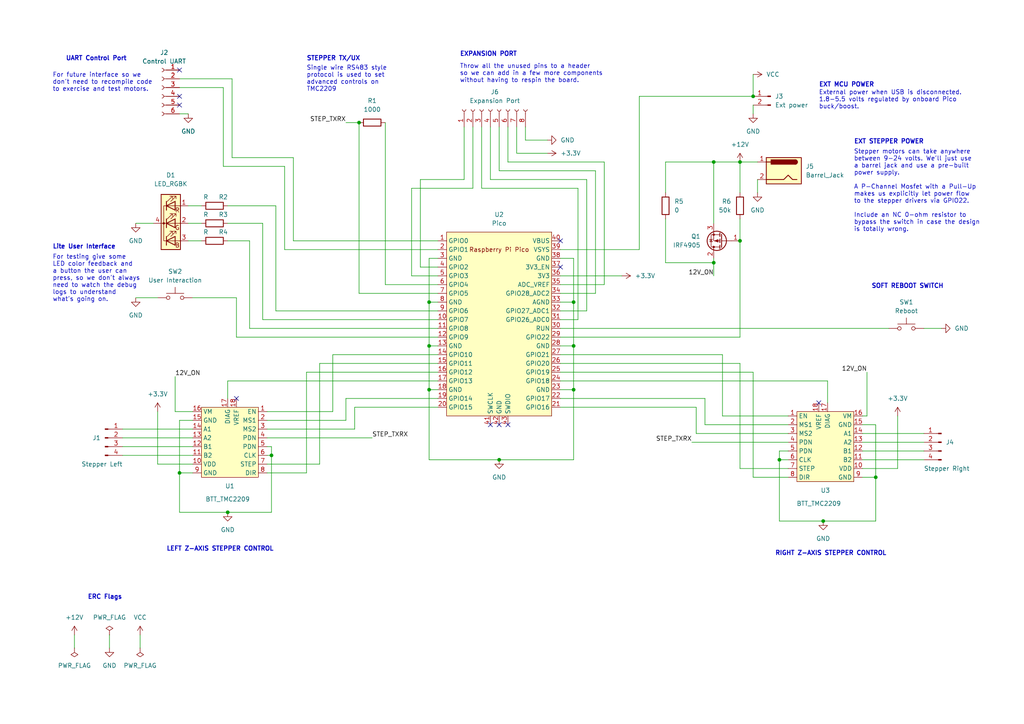
<source format=kicad_sch>
(kicad_sch (version 20211123) (generator eeschema)
  (paper "A4")
  (title_block (title "Can Crusher Dev Board") (date "2022-10-10") (rev "1") (company "https://github.com/grant-olson/can-crusher") (comment 1 "Control board for the most technilogically advanced aluminum can crusher IN THE WORLD."))
  (lib_symbols
    (symbol "BTT_TMC2209_1"
      (property "Reference" "U" (at -1.27 -25.4 0))
      (property "Value" "BTT_TMC2209_1" (at 0 -22.86 0))
      (symbol "BTT_TMC2209_1_0_1"
        (rectangle (start 10.16 -21.59) (end -6.35 -1.27) (fill (type background)))
      )
      (symbol "BTT_TMC2209_1_1_1"
        (pin input line (at -8.89 -2.54 0) (length 2.54) (name "EN") (number "1"))
        (pin power_in line (at 12.7 -17.78 180) (length 2.54) (name "VDD") (number "10"))
        (pin output line (at 12.7 -15.24 180) (length 2.54) (name "B2") (number "11"))
        (pin output line (at 12.7 -12.7 180) (length 2.54) (name "B1") (number "12"))
        (pin output line (at 12.7 -10.16 180) (length 2.54) (name "A2") (number "13"))
        (pin output line (at 12.7 -7.62 180) (length 2.54) (name "A1") (number "14"))
        (pin power_in line (at 12.7 -5.08 180) (length 2.54) (name "GND") (number "15"))
        (pin power_in line (at 12.7 -2.54 180) (length 2.54) (name "VM") (number "16"))
        (pin output line (at 2.54 1.27 270) (length 2.54) (name "DIAG") (number "17"))
        (pin output line (at 0 1.27 270) (length 2.54) (name "VREF") (number "18"))
        (pin input line (at -8.89 -5.08 0) (length 2.54) (name "MS1") (number "2"))
        (pin input line (at -8.89 -7.62 0) (length 2.54) (name "MS2") (number "3"))
        (pin input line (at -8.89 -10.16 0) (length 2.54) (name "PDN") (number "4"))
        (pin input line (at -8.89 -12.7 0) (length 2.54) (name "PDN") (number "5"))
        (pin input line (at -8.89 -15.24 0) (length 2.54) (name "CLK") (number "6"))
        (pin input line (at -8.89 -17.78 0) (length 2.54) (name "STEP") (number "7"))
        (pin input line (at -8.89 -20.32 0) (length 2.54) (name "DIR") (number "8"))
        (pin power_in line (at 12.7 -20.32 180) (length 2.54) (name "GND") (number "9"))
      )
    )
    (symbol "Connector:Barrel_Jack" (pin_names (offset 1.016))
      (property "Reference" "J" (at 0 5.334 0))
      (property "Value" "Barrel_Jack" (at 0 -5.08 0))
      (symbol "Barrel_Jack_0_1"
        (rectangle (start -5.08 3.81) (end 5.08 -3.81) (stroke (width 0.254)) (fill (type background)))
        (arc (start -3.302 3.175) (mid -3.937 2.54) (end -3.302 1.905) (stroke (width 0.254)))
        (arc (start -3.302 3.175) (mid -3.937 2.54) (end -3.302 1.905) (stroke (width 0.254)) (fill (type outline)))
        (polyline (pts (xy 5.08 2.54) (xy 3.81 2.54)) (stroke (width 0.254)))
        (polyline (pts (xy -3.81 -2.54) (xy -2.54 -2.54) (xy -1.27 -1.27) (xy 0 -2.54) (xy 2.54 -2.54) (xy 5.08 -2.54)) (stroke (width 0.254)))
        (rectangle (start 3.683 3.175) (end -3.302 1.905) (stroke (width 0.254)) (fill (type outline)))
      )
      (symbol "Barrel_Jack_1_1"
        (pin passive line (at 7.62 2.54 180) (length 2.54) (name "~") (number "1"))
        (pin passive line (at 7.62 -2.54 180) (length 2.54) (name "~") (number "2"))
      )
    )
    (symbol "Connector:Conn_01x02_Male" (pin_names (offset 1.016) hide)
      (property "Reference" "J" (at 0 2.54 0))
      (property "Value" "Conn_01x02_Male" (at 0 -5.08 0))
      (symbol "Conn_01x02_Male_1_1"
        (polyline (pts (xy 1.27 -2.54) (xy 0.8636 -2.54)) (stroke (width 0.1524)))
        (polyline (pts (xy 1.27 0) (xy 0.8636 0)) (stroke (width 0.1524)))
        (rectangle (start 0.8636 -2.413) (end 0 -2.667) (stroke (width 0.1524)) (fill (type outline)))
        (rectangle (start 0.8636 0.127) (end 0 -0.127) (stroke (width 0.1524)) (fill (type outline)))
        (pin passive line (at 5.08 0 180) (length 3.81) (name "Pin_1") (number "1"))
        (pin passive line (at 5.08 -2.54 180) (length 3.81) (name "Pin_2") (number "2"))
      )
    )
    (symbol "Connector:Conn_01x04_Male" (pin_names (offset 1.016) hide)
      (property "Reference" "J" (at 0 5.08 0))
      (property "Value" "Conn_01x04_Male" (at 0 -7.62 0))
      (symbol "Conn_01x04_Male_1_1"
        (polyline (pts (xy 1.27 -5.08) (xy 0.8636 -5.08)) (stroke (width 0.1524)))
        (polyline (pts (xy 1.27 -2.54) (xy 0.8636 -2.54)) (stroke (width 0.1524)))
        (polyline (pts (xy 1.27 0) (xy 0.8636 0)) (stroke (width 0.1524)))
        (polyline (pts (xy 1.27 2.54) (xy 0.8636 2.54)) (stroke (width 0.1524)))
        (rectangle (start 0.8636 -4.953) (end 0 -5.207) (stroke (width 0.1524)) (fill (type outline)))
        (rectangle (start 0.8636 -2.413) (end 0 -2.667) (stroke (width 0.1524)) (fill (type outline)))
        (rectangle (start 0.8636 0.127) (end 0 -0.127) (stroke (width 0.1524)) (fill (type outline)))
        (rectangle (start 0.8636 2.667) (end 0 2.413) (stroke (width 0.1524)) (fill (type outline)))
        (pin passive line (at 5.08 2.54 180) (length 3.81) (name "Pin_1") (number "1"))
        (pin passive line (at 5.08 0 180) (length 3.81) (name "Pin_2") (number "2"))
        (pin passive line (at 5.08 -2.54 180) (length 3.81) (name "Pin_3") (number "3"))
        (pin passive line (at 5.08 -5.08 180) (length 3.81) (name "Pin_4") (number "4"))
      )
    )
    (symbol "Connector:Conn_01x06_Female" (pin_names (offset 1.016) hide)
      (property "Reference" "J" (at 0 7.62 0))
      (property "Value" "Conn_01x06_Female" (at 0 -10.16 0))
      (symbol "Conn_01x06_Female_1_1"
        (arc (start 0 -7.112) (mid -0.508 -7.62) (end 0 -8.128) (stroke (width 0.1524)))
        (arc (start 0 -4.572) (mid -0.508 -5.08) (end 0 -5.588) (stroke (width 0.1524)))
        (arc (start 0 -2.032) (mid -0.508 -2.54) (end 0 -3.048) (stroke (width 0.1524)))
        (polyline (pts (xy -1.27 -7.62) (xy -0.508 -7.62)) (stroke (width 0.1524)))
        (polyline (pts (xy -1.27 -5.08) (xy -0.508 -5.08)) (stroke (width 0.1524)))
        (polyline (pts (xy -1.27 -2.54) (xy -0.508 -2.54)) (stroke (width 0.1524)))
        (polyline (pts (xy -1.27 0) (xy -0.508 0)) (stroke (width 0.1524)))
        (polyline (pts (xy -1.27 2.54) (xy -0.508 2.54)) (stroke (width 0.1524)))
        (polyline (pts (xy -1.27 5.08) (xy -0.508 5.08)) (stroke (width 0.1524)))
        (arc (start 0 0.508) (mid -0.508 0) (end 0 -0.508) (stroke (width 0.1524)))
        (arc (start 0 3.048) (mid -0.508 2.54) (end 0 2.032) (stroke (width 0.1524)))
        (arc (start 0 5.588) (mid -0.508 5.08) (end 0 4.572) (stroke (width 0.1524)))
        (pin passive line (at -5.08 5.08 0) (length 3.81) (name "Pin_1") (number "1"))
        (pin passive line (at -5.08 2.54 0) (length 3.81) (name "Pin_2") (number "2"))
        (pin passive line (at -5.08 0 0) (length 3.81) (name "Pin_3") (number "3"))
        (pin passive line (at -5.08 -2.54 0) (length 3.81) (name "Pin_4") (number "4"))
        (pin passive line (at -5.08 -5.08 0) (length 3.81) (name "Pin_5") (number "5"))
        (pin passive line (at -5.08 -7.62 0) (length 3.81) (name "Pin_6") (number "6"))
      )
    )
    (symbol "Connector:Conn_01x08_Female" (pin_names (offset 1.016) hide)
      (property "Reference" "J" (at 0 10.16 0))
      (property "Value" "Conn_01x08_Female" (at 0 -12.7 0))
      (symbol "Conn_01x08_Female_1_1"
        (arc (start 0 -9.652) (mid -0.508 -10.16) (end 0 -10.668) (stroke (width 0.1524)))
        (arc (start 0 -7.112) (mid -0.508 -7.62) (end 0 -8.128) (stroke (width 0.1524)))
        (arc (start 0 -4.572) (mid -0.508 -5.08) (end 0 -5.588) (stroke (width 0.1524)))
        (arc (start 0 -2.032) (mid -0.508 -2.54) (end 0 -3.048) (stroke (width 0.1524)))
        (polyline (pts (xy -1.27 -10.16) (xy -0.508 -10.16)) (stroke (width 0.1524)))
        (polyline (pts (xy -1.27 -7.62) (xy -0.508 -7.62)) (stroke (width 0.1524)))
        (polyline (pts (xy -1.27 -5.08) (xy -0.508 -5.08)) (stroke (width 0.1524)))
        (polyline (pts (xy -1.27 -2.54) (xy -0.508 -2.54)) (stroke (width 0.1524)))
        (polyline (pts (xy -1.27 0) (xy -0.508 0)) (stroke (width 0.1524)))
        (polyline (pts (xy -1.27 2.54) (xy -0.508 2.54)) (stroke (width 0.1524)))
        (polyline (pts (xy -1.27 5.08) (xy -0.508 5.08)) (stroke (width 0.1524)))
        (polyline (pts (xy -1.27 7.62) (xy -0.508 7.62)) (stroke (width 0.1524)))
        (arc (start 0 0.508) (mid -0.508 0) (end 0 -0.508) (stroke (width 0.1524)))
        (arc (start 0 3.048) (mid -0.508 2.54) (end 0 2.032) (stroke (width 0.1524)))
        (arc (start 0 5.588) (mid -0.508 5.08) (end 0 4.572) (stroke (width 0.1524)))
        (arc (start 0 8.128) (mid -0.508 7.62) (end 0 7.112) (stroke (width 0.1524)))
        (pin passive line (at -5.08 7.62 0) (length 3.81) (name "Pin_1") (number "1"))
        (pin passive line (at -5.08 5.08 0) (length 3.81) (name "Pin_2") (number "2"))
        (pin passive line (at -5.08 2.54 0) (length 3.81) (name "Pin_3") (number "3"))
        (pin passive line (at -5.08 0 0) (length 3.81) (name "Pin_4") (number "4"))
        (pin passive line (at -5.08 -2.54 0) (length 3.81) (name "Pin_5") (number "5"))
        (pin passive line (at -5.08 -5.08 0) (length 3.81) (name "Pin_6") (number "6"))
        (pin passive line (at -5.08 -7.62 0) (length 3.81) (name "Pin_7") (number "7"))
        (pin passive line (at -5.08 -10.16 0) (length 3.81) (name "Pin_8") (number "8"))
      )
    )
    (symbol "Device:LED_RGBK" (pin_names (offset 0) hide)
      (property "Reference" "D" (at 0 9.398 0))
      (property "Value" "LED_RGBK" (at 0 -8.89 0))
      (symbol "LED_RGBK_0_0"
        (text "B" (at 1.905 -6.35 0) (effects (font (size 1.27 1.27))))
        (text "G" (at 1.905 -1.27 0) (effects (font (size 1.27 1.27))))
        (text "R" (at 1.905 3.81 0) (effects (font (size 1.27 1.27))))
      )
      (symbol "LED_RGBK_0_1"
        (circle (center -2.032 0) (radius 0.254) (fill (type outline)))
        (polyline (pts (xy -1.27 -5.08) (xy 1.27 -5.08)))
        (polyline (pts (xy -1.27 -3.81) (xy -1.27 -6.35)) (stroke (width 0.254)))
        (polyline (pts (xy -1.27 0) (xy -2.54 0)))
        (polyline (pts (xy -1.27 1.27) (xy -1.27 -1.27)) (stroke (width 0.254)))
        (polyline (pts (xy -1.27 5.08) (xy 1.27 5.08)))
        (polyline (pts (xy -1.27 6.35) (xy -1.27 3.81)) (stroke (width 0.254)))
        (polyline (pts (xy 1.27 -5.08) (xy 2.54 -5.08)))
        (polyline (pts (xy 1.27 0) (xy -1.27 0)))
        (polyline (pts (xy 1.27 0) (xy 2.54 0)))
        (polyline (pts (xy 1.27 5.08) (xy 2.54 5.08)))
        (polyline (pts (xy -1.27 1.27) (xy -1.27 -1.27) (xy -1.27 -1.27)))
        (polyline (pts (xy -1.27 6.35) (xy -1.27 3.81) (xy -1.27 3.81)))
        (polyline (pts (xy -1.27 5.08) (xy -2.032 5.08) (xy -2.032 -5.08) (xy -1.016 -5.08)))
        (polyline (pts (xy 1.27 -3.81) (xy 1.27 -6.35) (xy -1.27 -5.08) (xy 1.27 -3.81)) (stroke (width 0.254)))
        (polyline (pts (xy 1.27 1.27) (xy 1.27 -1.27) (xy -1.27 0) (xy 1.27 1.27)) (stroke (width 0.254)))
        (polyline (pts (xy 1.27 6.35) (xy 1.27 3.81) (xy -1.27 5.08) (xy 1.27 6.35)) (stroke (width 0.254)))
        (polyline (pts (xy -1.016 -3.81) (xy 0.508 -2.286) (xy -0.254 -2.286) (xy 0.508 -2.286) (xy 0.508 -3.048)))
        (polyline (pts (xy -1.016 1.27) (xy 0.508 2.794) (xy -0.254 2.794) (xy 0.508 2.794) (xy 0.508 2.032)))
        (polyline (pts (xy -1.016 6.35) (xy 0.508 7.874) (xy -0.254 7.874) (xy 0.508 7.874) (xy 0.508 7.112)))
        (polyline (pts (xy 0 -3.81) (xy 1.524 -2.286) (xy 0.762 -2.286) (xy 1.524 -2.286) (xy 1.524 -3.048)))
        (polyline (pts (xy 0 1.27) (xy 1.524 2.794) (xy 0.762 2.794) (xy 1.524 2.794) (xy 1.524 2.032)))
        (polyline (pts (xy 0 6.35) (xy 1.524 7.874) (xy 0.762 7.874) (xy 1.524 7.874) (xy 1.524 7.112)))
        (rectangle (start 1.27 -1.27) (end 1.27 1.27))
        (rectangle (start 1.27 1.27) (end 1.27 1.27))
        (rectangle (start 1.27 3.81) (end 1.27 6.35))
        (rectangle (start 1.27 6.35) (end 1.27 6.35))
        (rectangle (start 2.794 8.382) (end -2.794 -7.62) (stroke (width 0.254)) (fill (type background)))
      )
      (symbol "LED_RGBK_1_1"
        (pin passive line (at 5.08 5.08 180) (length 2.54) (name "RA") (number "1"))
        (pin passive line (at 5.08 0 180) (length 2.54) (name "GA") (number "2"))
        (pin passive line (at 5.08 -5.08 180) (length 2.54) (name "BA") (number "3"))
        (pin passive line (at -5.08 0 0) (length 2.54) (name "K") (number "4"))
      )
    )
    (symbol "Device:R" (pin_numbers hide) (pin_names (offset 0))
      (property "Reference" "R" (at 2.032 0 90))
      (property "Value" "R" (at 0 0 90))
      (symbol "R_0_1"
        (rectangle (start -1.016 -2.54) (end 1.016 2.54) (stroke (width 0.254)))
      )
      (symbol "R_1_1"
        (pin passive line (at 0 3.81 270) (length 1.27) (name "~") (number "1"))
        (pin passive line (at 0 -3.81 90) (length 1.27) (name "~") (number "2"))
      )
    )
    (symbol "Pi Pico:Pico"
      (property "Reference" "U" (at -13.97 27.94 0))
      (property "Value" "Pico" (at 0 19.05 0))
      (symbol "Pico_0_0"
        (text "Raspberry Pi Pico" (at 0 21.59 0) (effects (font (size 1.27 1.27))))
      )
      (symbol "Pico_0_1"
        (rectangle (start -15.24 26.67) (end 15.24 -26.67) (fill (type background)))
      )
      (symbol "Pico_1_1"
        (pin bidirectional line (at -17.78 24.13 0) (length 2.54) (name "GPIO0") (number "1"))
        (pin bidirectional line (at -17.78 1.27 0) (length 2.54) (name "GPIO7") (number "10"))
        (pin bidirectional line (at -17.78 -1.27 0) (length 2.54) (name "GPIO8") (number "11"))
        (pin bidirectional line (at -17.78 -3.81 0) (length 2.54) (name "GPIO9") (number "12"))
        (pin power_in line (at -17.78 -6.35 0) (length 2.54) (name "GND") (number "13"))
        (pin bidirectional line (at -17.78 -8.89 0) (length 2.54) (name "GPIO10") (number "14"))
        (pin bidirectional line (at -17.78 -11.43 0) (length 2.54) (name "GPIO11") (number "15"))
        (pin bidirectional line (at -17.78 -13.97 0) (length 2.54) (name "GPIO12") (number "16"))
        (pin bidirectional line (at -17.78 -16.51 0) (length 2.54) (name "GPIO13") (number "17"))
        (pin power_in line (at -17.78 -19.05 0) (length 2.54) (name "GND") (number "18"))
        (pin bidirectional line (at -17.78 -21.59 0) (length 2.54) (name "GPIO14") (number "19"))
        (pin bidirectional line (at -17.78 21.59 0) (length 2.54) (name "GPIO1") (number "2"))
        (pin bidirectional line (at -17.78 -24.13 0) (length 2.54) (name "GPIO15") (number "20"))
        (pin bidirectional line (at 17.78 -24.13 180) (length 2.54) (name "GPIO16") (number "21"))
        (pin bidirectional line (at 17.78 -21.59 180) (length 2.54) (name "GPIO17") (number "22"))
        (pin power_in line (at 17.78 -19.05 180) (length 2.54) (name "GND") (number "23"))
        (pin bidirectional line (at 17.78 -16.51 180) (length 2.54) (name "GPIO18") (number "24"))
        (pin bidirectional line (at 17.78 -13.97 180) (length 2.54) (name "GPIO19") (number "25"))
        (pin bidirectional line (at 17.78 -11.43 180) (length 2.54) (name "GPIO20") (number "26"))
        (pin bidirectional line (at 17.78 -8.89 180) (length 2.54) (name "GPIO21") (number "27"))
        (pin power_in line (at 17.78 -6.35 180) (length 2.54) (name "GND") (number "28"))
        (pin bidirectional line (at 17.78 -3.81 180) (length 2.54) (name "GPIO22") (number "29"))
        (pin power_in line (at -17.78 19.05 0) (length 2.54) (name "GND") (number "3"))
        (pin input line (at 17.78 -1.27 180) (length 2.54) (name "RUN") (number "30"))
        (pin bidirectional line (at 17.78 1.27 180) (length 2.54) (name "GPIO26_ADC0") (number "31"))
        (pin bidirectional line (at 17.78 3.81 180) (length 2.54) (name "GPIO27_ADC1") (number "32"))
        (pin power_in line (at 17.78 6.35 180) (length 2.54) (name "AGND") (number "33"))
        (pin bidirectional line (at 17.78 8.89 180) (length 2.54) (name "GPIO28_ADC2") (number "34"))
        (pin power_in line (at 17.78 11.43 180) (length 2.54) (name "ADC_VREF") (number "35"))
        (pin power_out line (at 17.78 13.97 180) (length 2.54) (name "3V3") (number "36"))
        (pin input line (at 17.78 16.51 180) (length 2.54) (name "3V3_EN") (number "37"))
        (pin power_in line (at 17.78 19.05 180) (length 2.54) (name "GND") (number "38"))
        (pin power_in line (at 17.78 21.59 180) (length 2.54) (name "VSYS") (number "39"))
        (pin bidirectional line (at -17.78 16.51 0) (length 2.54) (name "GPIO2") (number "4"))
        (pin power_in line (at 17.78 24.13 180) (length 2.54) (name "VBUS") (number "40"))
        (pin input line (at -2.54 -29.21 90) (length 2.54) (name "SWCLK") (number "41"))
        (pin power_in line (at 0 -29.21 90) (length 2.54) (name "GND") (number "42"))
        (pin bidirectional line (at 2.54 -29.21 90) (length 2.54) (name "SWDIO") (number "43"))
        (pin bidirectional line (at -17.78 13.97 0) (length 2.54) (name "GPIO3") (number "5"))
        (pin bidirectional line (at -17.78 11.43 0) (length 2.54) (name "GPIO4") (number "6"))
        (pin bidirectional line (at -17.78 8.89 0) (length 2.54) (name "GPIO5") (number "7"))
        (pin power_in line (at -17.78 6.35 0) (length 2.54) (name "GND") (number "8"))
        (pin bidirectional line (at -17.78 3.81 0) (length 2.54) (name "GPIO6") (number "9"))
      )
    )
    (symbol "Switch:SW_Push" (pin_numbers hide) (pin_names (offset 1.016) hide)
      (property "Reference" "SW" (at 1.27 2.54 0))
      (property "Value" "SW_Push" (at 0 -1.524 0))
      (symbol "SW_Push_0_1"
        (circle (center -2.032 0) (radius 0.508))
        (polyline (pts (xy 0 1.27) (xy 0 3.048)))
        (polyline (pts (xy 2.54 1.27) (xy -2.54 1.27)))
        (circle (center 2.032 0) (radius 0.508))
        (pin passive line (at -5.08 0 0) (length 2.54) (name "1") (number "1"))
        (pin passive line (at 5.08 0 180) (length 2.54) (name "2") (number "2"))
      )
    )
    (symbol "Transistor_FET:IRF4905" (pin_names hide)
      (property "Reference" "Q" (at 5.08 1.905 0))
      (property "Value" "IRF4905" (at 5.08 0 0))
      (symbol "IRF4905_0_1"
        (polyline (pts (xy 0.254 0) (xy -2.54 0)))
        (polyline (pts (xy 0.254 1.905) (xy 0.254 -1.905)) (stroke (width 0.254)))
        (polyline (pts (xy 0.762 -1.27) (xy 0.762 -2.286)) (stroke (width 0.254)))
        (polyline (pts (xy 0.762 0.508) (xy 0.762 -0.508)) (stroke (width 0.254)))
        (polyline (pts (xy 0.762 2.286) (xy 0.762 1.27)) (stroke (width 0.254)))
        (polyline (pts (xy 2.54 2.54) (xy 2.54 1.778)))
        (polyline (pts (xy 2.54 -2.54) (xy 2.54 0) (xy 0.762 0)))
        (polyline (pts (xy 0.762 1.778) (xy 3.302 1.778) (xy 3.302 -1.778) (xy 0.762 -1.778)))
        (polyline (pts (xy 2.286 0) (xy 1.27 0.381) (xy 1.27 -0.381) (xy 2.286 0)) (fill (type outline)))
        (polyline (pts (xy 2.794 -0.508) (xy 2.921 -0.381) (xy 3.683 -0.381) (xy 3.81 -0.254)))
        (polyline (pts (xy 3.302 -0.381) (xy 2.921 0.254) (xy 3.683 0.254) (xy 3.302 -0.381)))
        (circle (center 1.651 0) (radius 2.794) (stroke (width 0.254)))
        (circle (center 2.54 -1.778) (radius 0.254) (fill (type outline)))
        (circle (center 2.54 1.778) (radius 0.254) (fill (type outline)))
      )
      (symbol "IRF4905_1_1"
        (pin input line (at -5.08 0 0) (length 2.54) (name "G") (number "1"))
        (pin passive line (at 2.54 5.08 270) (length 2.54) (name "D") (number "2"))
        (pin passive line (at 2.54 -5.08 90) (length 2.54) (name "S") (number "3"))
      )
    )
    (symbol "btt_tmc2209:BTT_TMC2209"
      (property "Reference" "U" (at -1.27 -25.4 0))
      (property "Value" "BTT_TMC2209" (at 0 -22.86 0))
      (symbol "BTT_TMC2209_0_1"
        (rectangle (start 10.16 -21.59) (end -6.35 -1.27) (fill (type background)))
      )
      (symbol "BTT_TMC2209_1_1"
        (pin input line (at -8.89 -2.54 0) (length 2.54) (name "EN") (number "1"))
        (pin power_in line (at 12.7 -17.78 180) (length 2.54) (name "VDD") (number "10"))
        (pin output line (at 12.7 -15.24 180) (length 2.54) (name "B2") (number "11"))
        (pin output line (at 12.7 -12.7 180) (length 2.54) (name "B1") (number "12"))
        (pin output line (at 12.7 -10.16 180) (length 2.54) (name "A2") (number "13"))
        (pin output line (at 12.7 -7.62 180) (length 2.54) (name "A1") (number "14"))
        (pin power_in line (at 12.7 -5.08 180) (length 2.54) (name "GND") (number "15"))
        (pin power_in line (at 12.7 -2.54 180) (length 2.54) (name "VM") (number "16"))
        (pin output line (at 2.54 1.27 270) (length 2.54) (name "DIAG") (number "17"))
        (pin output line (at 0 1.27 270) (length 2.54) (name "VREF") (number "18"))
        (pin input line (at -8.89 -5.08 0) (length 2.54) (name "MS1") (number "2"))
        (pin input line (at -8.89 -7.62 0) (length 2.54) (name "MS2") (number "3"))
        (pin input line (at -8.89 -10.16 0) (length 2.54) (name "PDN") (number "4"))
        (pin input line (at -8.89 -12.7 0) (length 2.54) (name "PDN") (number "5"))
        (pin input line (at -8.89 -15.24 0) (length 2.54) (name "CLK") (number "6"))
        (pin input line (at -8.89 -17.78 0) (length 2.54) (name "STEP") (number "7"))
        (pin input line (at -8.89 -20.32 0) (length 2.54) (name "DIR") (number "8"))
        (pin power_in line (at 12.7 -20.32 180) (length 2.54) (name "GND") (number "9"))
      )
    )
    (symbol "power:+12V" (power) (pin_names (offset 0))
      (property "Value" "+12V" (at 0 3.556 0))
      (symbol "+12V_0_1"
        (polyline (pts (xy -0.762 1.27) (xy 0 2.54)))
        (polyline (pts (xy 0 0) (xy 0 2.54)))
        (polyline (pts (xy 0 2.54) (xy 0.762 1.27)))
      )
      (symbol "+12V_1_1"
        (pin power_in line (at 0 0 90) (length 0) hide (name "+12V") (number "1"))
      )
    )
    (symbol "power:+3.3V" (power) (pin_names (offset 0))
      (property "Value" "+3.3V" (at 0 3.556 0))
      (symbol "+3.3V_0_1"
        (polyline (pts (xy -0.762 1.27) (xy 0 2.54)))
        (polyline (pts (xy 0 0) (xy 0 2.54)))
        (polyline (pts (xy 0 2.54) (xy 0.762 1.27)))
      )
      (symbol "+3.3V_1_1"
        (pin power_in line (at 0 0 90) (length 0) hide (name "+3.3V") (number "1"))
      )
    )
    (symbol "power:GND" (power) (pin_names (offset 0))
      (property "Value" "GND" (at 0 -3.81 0))
      (symbol "GND_0_1"
        (polyline (pts (xy 0 0) (xy 0 -1.27) (xy 1.27 -1.27) (xy 0 -2.54) (xy -1.27 -1.27) (xy 0 -1.27)))
      )
      (symbol "GND_1_1"
        (pin power_in line (at 0 0 270) (length 0) hide (name "GND") (number "1"))
      )
    )
    (symbol "power:PWR_FLAG" (power) (pin_numbers hide) (pin_names (offset 0) hide)
      (property "Value" "PWR_FLAG" (at 0 3.81 0))
      (symbol "PWR_FLAG_0_0"
        (pin power_out line (at 0 0 90) (length 0) (name "pwr") (number "1"))
      )
      (symbol "PWR_FLAG_0_1"
        (polyline (pts (xy 0 0) (xy 0 1.27) (xy -1.016 1.905) (xy 0 2.54) (xy 1.016 1.905) (xy 0 1.27)))
      )
    )
    (symbol "power:VCC" (power) (pin_names (offset 0))
      (property "Value" "VCC" (at 0 3.81 0))
      (symbol "VCC_0_1"
        (polyline (pts (xy -0.762 1.27) (xy 0 2.54)))
        (polyline (pts (xy 0 0) (xy 0 2.54)))
        (polyline (pts (xy 0 2.54) (xy 0.762 1.27)))
      )
      (symbol "VCC_1_1"
        (pin power_in line (at 0 0 90) (length 0) hide (name "VCC") (number "1"))
      )
    )
  )
  (junction (at 207.01 46.99))
  (junction (at 166.37 113.03))
  (junction (at 124.46 113.03))
  (junction (at 166.37 100.33))
  (junction (at 124.46 100.33))
  (junction (at 218.44 27.94))
  (junction (at 226.06 133.35))
  (junction (at 144.78 133.35))
  (junction (at 207.01 76.2))
  (junction (at 78.74 132.08))
  (junction (at 254 138.43))
  (junction (at 52.07 137.16))
  (junction (at 214.63 46.99))
  (junction (at 166.37 87.63))
  (junction (at 214.63 69.85))
  (junction (at 104.14 35.56))
  (junction (at 238.76 151.13))
  (junction (at 124.46 87.63))
  (junction (at 66.04 148.59))
  (no_connect (at 162.56 77.47))
  (no_connect (at 237.49 116.84))
  (no_connect (at 68.58 115.57))
  (no_connect (at 142.24 123.19))
  (no_connect (at 144.78 123.19))
  (no_connect (at 147.32 123.19))
  (no_connect (at 52.07 30.48))
  (no_connect (at 52.07 20.32))
  (no_connect (at 52.07 27.94))
  (no_connect (at 162.56 69.85))
  (wire (pts (xy 207.01 74.93) (xy 207.01 76.2)))
  (wire (pts (xy 254 123.19) (xy 254 138.43)))
  (wire (pts (xy 260.35 135.89) (xy 260.35 120.65)))
  (wire (pts (xy 66.04 110.49) (xy 66.04 115.57)))
  (wire (pts (xy 228.6 133.35) (xy 226.06 133.35)))
  (wire (pts (xy 175.26 46.99) (xy 147.32 46.99)))
  (wire (pts (xy 66.04 69.85) (xy 72.39 69.85)))
  (wire (pts (xy 127 102.87) (xy 96.52 102.87)))
  (wire (pts (xy 166.37 100.33) (xy 166.37 113.03)))
  (wire (pts (xy 96.52 102.87) (xy 96.52 119.38)))
  (wire (pts (xy 175.26 82.55) (xy 175.26 46.99)))
  (wire (pts (xy 40.64 184.15) (xy 40.64 187.96)))
  (wire (pts (xy 54.61 59.69) (xy 58.42 59.69)))
  (wire (pts (xy 52.07 148.59) (xy 66.04 148.59)))
  (wire (pts (xy 55.88 134.62) (xy 45.72 134.62)))
  (wire (pts (xy 214.63 135.89) (xy 228.6 135.89)))
  (wire (pts (xy 162.56 82.55) (xy 175.26 82.55)))
  (wire (pts (xy 137.16 54.61) (xy 137.16 36.83)))
  (wire (pts (xy 78.74 148.59) (xy 66.04 148.59)))
  (wire (pts (xy 144.78 36.83) (xy 144.78 49.53)))
  (wire (pts (xy 100.33 35.56) (xy 104.14 35.56)))
  (wire (pts (xy 127 74.93) (xy 124.46 74.93)))
  (wire (pts (xy 193.04 46.99) (xy 193.04 55.88)))
  (wire (pts (xy 121.92 77.47) (xy 121.92 52.07)))
  (wire (pts (xy 78.74 129.54) (xy 78.74 132.08)))
  (wire (pts (xy 67.31 22.86) (xy 67.31 45.72)))
  (wire (pts (xy 250.19 135.89) (xy 260.35 135.89)))
  (wire (pts (xy 50.8 109.22) (xy 50.8 119.38)))
  (wire (pts (xy 218.44 30.48) (xy 218.44 33.02)))
  (wire (pts (xy 127 105.41) (xy 92.71 105.41)))
  (wire (pts (xy 55.88 137.16) (xy 52.07 137.16)))
  (wire (pts (xy 127 100.33) (xy 124.46 100.33)))
  (wire (pts (xy 267.97 95.25) (xy 273.05 95.25)))
  (wire (pts (xy 167.64 92.71) (xy 167.64 54.61)))
  (wire (pts (xy 139.7 54.61) (xy 139.7 36.83)))
  (wire (pts (xy 39.37 64.77) (xy 44.45 64.77)))
  (wire (pts (xy 35.56 132.08) (xy 55.88 132.08)))
  (wire (pts (xy 119.38 80.01) (xy 119.38 54.61)))
  (wire (pts (xy 226.06 133.35) (xy 226.06 151.13)))
  (wire (pts (xy 78.74 132.08) (xy 78.74 148.59)))
  (wire (pts (xy 219.71 55.88) (xy 219.71 52.07)))
  (wire (pts (xy 193.04 63.5) (xy 193.04 76.2)))
  (wire (pts (xy 102.87 118.11) (xy 102.87 124.46)))
  (wire (pts (xy 127 87.63) (xy 124.46 87.63)))
  (wire (pts (xy 226.06 151.13) (xy 238.76 151.13)))
  (wire (pts (xy 162.56 74.93) (xy 166.37 74.93)))
  (wire (pts (xy 50.8 119.38) (xy 55.88 119.38)))
  (wire (pts (xy 207.01 46.99) (xy 193.04 46.99)))
  (wire (pts (xy 119.38 54.61) (xy 137.16 54.61)))
  (wire (pts (xy 162.56 95.25) (xy 257.81 95.25)))
  (wire (pts (xy 162.56 80.01) (xy 180.34 80.01)))
  (wire (pts (xy 162.56 87.63) (xy 166.37 87.63)))
  (wire (pts (xy 127 77.47) (xy 121.92 77.47)))
  (wire (pts (xy 172.72 49.53) (xy 144.78 49.53)))
  (wire (pts (xy 214.63 105.41) (xy 214.63 135.89)))
  (wire (pts (xy 162.56 90.17) (xy 170.18 90.17)))
  (wire (pts (xy 52.07 121.92) (xy 52.07 137.16)))
  (wire (pts (xy 185.42 72.39) (xy 185.42 27.94)))
  (wire (pts (xy 72.39 95.25) (xy 127 95.25)))
  (wire (pts (xy 52.07 33.02) (xy 54.61 33.02)))
  (wire (pts (xy 185.42 27.94) (xy 218.44 27.94)))
  (wire (pts (xy 67.31 45.72) (xy 85.09 45.72)))
  (wire (pts (xy 162.56 115.57) (xy 204.47 115.57)))
  (wire (pts (xy 162.56 97.79) (xy 214.63 97.79)))
  (wire (pts (xy 162.56 92.71) (xy 167.64 92.71)))
  (wire (pts (xy 55.88 86.36) (xy 68.58 86.36)))
  (wire (pts (xy 82.55 72.39) (xy 127 72.39)))
  (wire (pts (xy 127 85.09) (xy 104.14 85.09)))
  (wire (pts (xy 85.09 69.85) (xy 127 69.85)))
  (wire (pts (xy 80.01 90.17) (xy 127 90.17)))
  (wire (pts (xy 166.37 74.93) (xy 166.37 87.63)))
  (wire (pts (xy 250.19 133.35) (xy 267.97 133.35)))
  (wire (pts (xy 104.14 35.56) (xy 104.14 85.09)))
  (wire (pts (xy 162.56 113.03) (xy 166.37 113.03)))
  (wire (pts (xy 201.93 125.73) (xy 228.6 125.73)))
  (wire (pts (xy 152.4 40.64) (xy 158.75 40.64)))
  (wire (pts (xy 82.55 48.26) (xy 82.55 72.39)))
  (wire (pts (xy 66.04 64.77) (xy 76.2 64.77)))
  (wire (pts (xy 121.92 52.07) (xy 134.62 52.07)))
  (wire (pts (xy 124.46 87.63) (xy 124.46 100.33)))
  (wire (pts (xy 207.01 64.77) (xy 207.01 46.99)))
  (wire (pts (xy 124.46 113.03) (xy 127 113.03)))
  (wire (pts (xy 162.56 110.49) (xy 240.03 110.49)))
  (wire (pts (xy 88.9 107.95) (xy 88.9 137.16)))
  (wire (pts (xy 72.39 69.85) (xy 72.39 95.25)))
  (wire (pts (xy 162.56 105.41) (xy 214.63 105.41)))
  (wire (pts (xy 250.19 123.19) (xy 254 123.19)))
  (wire (pts (xy 167.64 54.61) (xy 139.7 54.61)))
  (wire (pts (xy 124.46 74.93) (xy 124.46 87.63)))
  (wire (pts (xy 88.9 137.16) (xy 77.47 137.16)))
  (wire (pts (xy 124.46 113.03) (xy 124.46 133.35)))
  (wire (pts (xy 250.19 128.27) (xy 267.97 128.27)))
  (wire (pts (xy 124.46 100.33) (xy 124.46 113.03)))
  (wire (pts (xy 127 80.01) (xy 119.38 80.01)))
  (wire (pts (xy 31.75 184.15) (xy 31.75 187.96)))
  (wire (pts (xy 207.01 46.99) (xy 214.63 46.99)))
  (wire (pts (xy 162.56 72.39) (xy 185.42 72.39)))
  (wire (pts (xy 76.2 64.77) (xy 76.2 92.71)))
  (wire (pts (xy 127 118.11) (xy 102.87 118.11)))
  (wire (pts (xy 214.63 46.99) (xy 219.71 46.99)))
  (wire (pts (xy 207.01 76.2) (xy 207.01 80.01)))
  (wire (pts (xy 193.04 76.2) (xy 207.01 76.2)))
  (wire (pts (xy 77.47 127) (xy 107.95 127)))
  (wire (pts (xy 209.55 120.65) (xy 228.6 120.65)))
  (wire (pts (xy 52.07 137.16) (xy 52.07 148.59)))
  (wire (pts (xy 162.56 100.33) (xy 166.37 100.33)))
  (wire (pts (xy 35.56 127) (xy 55.88 127)))
  (wire (pts (xy 77.47 132.08) (xy 78.74 132.08)))
  (wire (pts (xy 214.63 46.99) (xy 214.63 55.88)))
  (wire (pts (xy 254 138.43) (xy 254 151.13)))
  (wire (pts (xy 218.44 21.59) (xy 218.44 27.94)))
  (wire (pts (xy 124.46 133.35) (xy 144.78 133.35)))
  (wire (pts (xy 149.86 44.45) (xy 158.75 44.45)))
  (wire (pts (xy 92.71 105.41) (xy 92.71 134.62)))
  (wire (pts (xy 52.07 25.4) (xy 64.77 25.4)))
  (wire (pts (xy 66.04 59.69) (xy 80.01 59.69)))
  (wire (pts (xy 127 82.55) (xy 111.76 82.55)))
  (wire (pts (xy 35.56 124.46) (xy 55.88 124.46)))
  (wire (pts (xy 85.09 45.72) (xy 85.09 69.85)))
  (wire (pts (xy 68.58 97.79) (xy 127 97.79)))
  (wire (pts (xy 54.61 64.77) (xy 58.42 64.77)))
  (wire (pts (xy 166.37 133.35) (xy 144.78 133.35)))
  (wire (pts (xy 54.61 69.85) (xy 58.42 69.85)))
  (wire (pts (xy 204.47 123.19) (xy 228.6 123.19)))
  (wire (pts (xy 209.55 102.87) (xy 209.55 120.65)))
  (wire (pts (xy 250.19 138.43) (xy 254 138.43)))
  (wire (pts (xy 127 110.49) (xy 66.04 110.49)))
  (wire (pts (xy 214.63 97.79) (xy 214.63 69.85)))
  (wire (pts (xy 127 107.95) (xy 88.9 107.95)))
  (wire (pts (xy 100.33 121.92) (xy 77.47 121.92)))
  (wire (pts (xy 250.19 125.73) (xy 267.97 125.73)))
  (wire (pts (xy 162.56 107.95) (xy 218.44 107.95)))
  (wire (pts (xy 251.46 120.65) (xy 250.19 120.65)))
  (wire (pts (xy 201.93 118.11) (xy 201.93 125.73)))
  (wire (pts (xy 64.77 25.4) (xy 64.77 48.26)))
  (wire (pts (xy 226.06 130.81) (xy 226.06 133.35)))
  (wire (pts (xy 134.62 52.07) (xy 134.62 36.83)))
  (wire (pts (xy 142.24 36.83) (xy 142.24 52.07)))
  (wire (pts (xy 76.2 92.71) (xy 127 92.71)))
  (wire (pts (xy 162.56 102.87) (xy 209.55 102.87)))
  (wire (pts (xy 39.37 86.36) (xy 45.72 86.36)))
  (wire (pts (xy 218.44 138.43) (xy 228.6 138.43)))
  (wire (pts (xy 147.32 36.83) (xy 147.32 46.99)))
  (wire (pts (xy 96.52 119.38) (xy 77.47 119.38)))
  (wire (pts (xy 204.47 115.57) (xy 204.47 123.19)))
  (wire (pts (xy 170.18 52.07) (xy 142.24 52.07)))
  (wire (pts (xy 251.46 107.95) (xy 251.46 120.65)))
  (wire (pts (xy 52.07 22.86) (xy 67.31 22.86)))
  (wire (pts (xy 45.72 119.38) (xy 45.72 134.62)))
  (wire (pts (xy 250.19 130.81) (xy 267.97 130.81)))
  (wire (pts (xy 55.88 121.92) (xy 52.07 121.92)))
  (wire (pts (xy 21.59 184.15) (xy 21.59 187.96)))
  (wire (pts (xy 228.6 130.81) (xy 226.06 130.81)))
  (wire (pts (xy 170.18 90.17) (xy 170.18 52.07)))
  (wire (pts (xy 162.56 85.09) (xy 172.72 85.09)))
  (wire (pts (xy 68.58 86.36) (xy 68.58 97.79)))
  (wire (pts (xy 149.86 36.83) (xy 149.86 44.45)))
  (wire (pts (xy 214.63 63.5) (xy 214.63 69.85)))
  (wire (pts (xy 200.66 128.27) (xy 228.6 128.27)))
  (wire (pts (xy 80.01 59.69) (xy 80.01 90.17)))
  (wire (pts (xy 92.71 134.62) (xy 77.47 134.62)))
  (wire (pts (xy 166.37 113.03) (xy 166.37 133.35)))
  (wire (pts (xy 35.56 129.54) (xy 55.88 129.54)))
  (wire (pts (xy 166.37 87.63) (xy 166.37 100.33)))
  (wire (pts (xy 77.47 129.54) (xy 78.74 129.54)))
  (wire (pts (xy 162.56 118.11) (xy 201.93 118.11)))
  (wire (pts (xy 152.4 36.83) (xy 152.4 40.64)))
  (wire (pts (xy 172.72 85.09) (xy 172.72 49.53)))
  (wire (pts (xy 218.44 107.95) (xy 218.44 138.43)))
  (wire (pts (xy 64.77 48.26) (xy 82.55 48.26)))
  (wire (pts (xy 102.87 124.46) (xy 77.47 124.46)))
  (wire (pts (xy 100.33 115.57) (xy 100.33 121.92)))
  (wire (pts (xy 127 115.57) (xy 100.33 115.57)))
  (wire (pts (xy 254 151.13) (xy 238.76 151.13)))
  (wire (pts (xy 111.76 35.56) (xy 111.76 82.55)))
  (wire (pts (xy 240.03 110.49) (xy 240.03 116.84)))
  (text "STEPPER TX/UX" (at 88.9 17.78 0) (effects (font (size 1.27 1.27) (thickness 0.254) bold) (justify left bottom)))
  (text "ERC Flags\n" (at 25.4 173.99 0) (effects (font (size 1.27 1.27) (thickness 0.254) bold) (justify left bottom)))
  (text "EXT MCU POWER\n" (at 237.49 25.4 0) (effects (font (size 1.27 1.27) (thickness 0.254) bold) (justify left bottom)))
  (text "External power when USB is disconnected.\n1.8-5.5 volts regulated by onboard Pico\nbuck/boost." (at 237.49 31.75 0) (effects (font (size 1.27 1.27)) (justify left bottom)))
  (text "RIGHT Z-AXIS STEPPER CONTROL" (at 224.79 161.29 0) (effects (font (size 1.27 1.27) bold) (justify left bottom)))
  (text "EXPANSION PORT" (at 133.35 16.51 0) (effects (font (size 1.27 1.27) bold) (justify left bottom)))
  (text "For testing give some \nLED color feedback and \na button the user can \npress, so we don't always \nneed to watch the debug \nlogs to understand\nwhat's going on." (at 15.24 87.63 0) (effects (font (size 1.27 1.27)) (justify left bottom)))
  (text "Stepper motors can take anywhere \nbetween 9-24 volts. We'll just use \na barrel jack and use a pre-built\npower supply.\n\nA P-Channel Mosfet with a Pull-Up\nmakes us explicitly let power flow\nto the stepper drivers via GPIO22.\n\nInclude an NC 0-ohm resistor to \nbypass the switch in case the design\nis totally wrong." (at 247.65 67.31 0) (effects (font (size 1.27 1.27)) (justify left bottom)))
  (text "For future interface so we \ndon't need to recompile code \nto exercise and test motors." (at 15.24 26.67 0) (effects (font (size 1.27 1.27)) (justify left bottom)))
  (text "Throw all the unused pins to a header\nso we can add in a few more components\nwithout having to respin the board." (at 133.35 24.13 0) (effects (font (size 1.27 1.27)) (justify left bottom)))
  (text "Lite User Interface" (at 15.24 72.39 0) (effects (font (size 1.27 1.27) (thickness 0.254) bold) (justify left bottom)))
  (text "UART Control Port" (at 19.05 17.78 0) (effects (font (size 1.27 1.27) bold) (justify left bottom)))
  (text "EXT STEPPER POWER" (at 247.65 41.91 0) (effects (font (size 1.27 1.27) (thickness 0.254) bold) (justify left bottom)))
  (text "LEFT Z-AXIS STEPPER CONTROL" (at 48.26 160.02 0) (effects (font (size 1.27 1.27) bold) (justify left bottom)))
  (text "SOFT REBOOT SWITCH\n" (at 252.73 83.82 0) (effects (font (size 1.27 1.27) (thickness 0.254) bold) (justify left bottom)))
  (text "Single wire RS483 style \nprotocol is used to set \nadvanced controls on\nTMC2209\n" (at 88.9 26.67 0) (effects (font (size 1.27 1.27)) (justify left bottom)))
  (label "STEP_TXRX" (at 107.95 127 0))
  (label "STEP_TXRX" (at 100.33 35.56 180))
  (label "12V_ON" (at 50.8 109.22 0))
  (label "12V_ON" (at 207.01 80.01 180))
  (label "12V_ON" (at 251.46 107.95 180))
  (label "STEP_TXRX" (at 200.66 128.27 180))
  (symbol (lib_id "Connector:Conn_01x04_Male") (at 30.48 127 0) (unit 1)
    (property "Reference" "J1" (at 29.21 126.9999 0) (effects (justify right)))
    (property "Value" "Stepper Left" (at 35.56 134.62 0) (effects (justify right)))
  )
  (symbol (lib_id "power:PWR_FLAG") (at 21.59 187.96 0) (mirror x) (unit 1)
    (property "Reference" "#FLG03" (effects hide))
    (property "Value" "PWR_FLAG" (at 21.59 193.04 0))
  )
  (symbol (lib_id "Device:R") (at 193.04 59.69 0) (unit 1)
    (property "Reference" "R5" (at 195.58 58.4199 0) (effects (justify left)))
    (property "Value" "0" (at 195.58 60.9599 0) (effects (justify left)))
  )
  (symbol (lib_id "Device:R") (at 62.23 64.77 270) (unit 1)
    (property "Reference" "R3" (at 64.77 62.23 90))
    (property "Value" "R" (at 59.69 62.23 90))
  )
  (symbol (lib_id "power:GND") (at 31.75 187.96 0) (unit 1)
    (property "Reference" "#PWR011" (effects hide))
    (property "Value" "GND" (at 31.75 193.04 0))
  )
  (symbol (lib_id "Connector:Conn_01x06_Female") (at 46.99 25.4 0) (mirror y) (unit 1)
    (property "Reference" "J2" (at 47.625 15.24 0))
    (property "Value" "Control UART" (at 47.625 17.78 0))
  )
  (symbol (lib_id "Device:R") (at 62.23 59.69 270) (unit 1)
    (property "Reference" "R2" (at 64.77 57.15 90))
    (property "Value" "R" (at 59.69 57.15 90))
  )
  (symbol (lib_id "power:PWR_FLAG") (at 40.64 187.96 0) (mirror x) (unit 1)
    (property "Reference" "#FLG0101" (effects hide))
    (property "Value" "PWR_FLAG" (at 40.64 193.04 0))
  )
  (symbol (lib_id "btt_tmc2209:BTT_TMC2209") (at 68.58 116.84 0) (mirror y) (unit 1)
    (property "Reference" "U1" (at 66.675 140.97 0))
    (property "Value" "BTT_TMC2209" (at 66.04 144.78 0))
  )
  (symbol (lib_id "Device:R") (at 62.23 69.85 270) (unit 1)
    (property "Reference" "R4" (at 64.77 67.31 90))
    (property "Value" "R" (at 59.69 67.31 90))
  )
  (symbol (lib_id "Connector:Conn_01x02_Male") (at 223.52 27.94 0) (mirror y) (unit 1)
    (property "Reference" "J3" (at 224.79 27.9399 0) (effects (justify right)))
    (property "Value" "Ext power" (at 224.79 30.4799 0) (effects (justify right)))
  )
  (symbol (lib_id "Device:R") (at 214.63 59.69 0) (mirror x) (unit 1)
    (property "Reference" "R6" (at 212.09 58.4199 0) (effects (justify right)))
    (property "Value" "50k" (at 212.09 60.9599 0) (effects (justify right)))
  )
  (symbol (lib_id "power:+12V") (at 21.59 184.15 0) (unit 1)
    (property "Reference" "#PWR012" (effects hide))
    (property "Value" "+12V" (at 21.59 179.07 0))
  )
  (symbol (lib_name "BTT_TMC2209_1") (lib_id "btt_tmc2209:BTT_TMC2209") (at 237.49 118.11 0) (unit 1)
    (property "Reference" "U3" (at 239.395 142.24 0))
    (property "Value" "BTT_TMC2209" (at 237.49 146.05 0))
  )
  (symbol (lib_id "Connector:Conn_01x04_Male") (at 273.05 128.27 0) (mirror y) (unit 1)
    (property "Reference" "J4" (at 274.32 128.2699 0) (effects (justify right)))
    (property "Value" "Stepper Right" (at 267.97 135.89 0) (effects (justify right)))
  )
  (symbol (lib_id "Switch:SW_Push") (at 50.8 86.36 0) (unit 1)
    (property "Reference" "SW2" (at 50.8 78.74 0))
    (property "Value" "User Interaction" (at 50.8 81.28 0))
  )
  (symbol (lib_id "power:GND") (at 238.76 151.13 0) (unit 1)
    (property "Reference" "#PWR06" (effects hide))
    (property "Value" "GND" (at 238.76 156.21 0))
  )
  (symbol (lib_id "power:GND") (at 54.61 33.02 0) (unit 1)
    (property "Reference" "#PWR0103" (effects hide))
    (property "Value" "GND" (at 54.61 38.1 0))
  )
  (symbol (lib_id "power:GND") (at 158.75 40.64 90) (unit 1)
    (property "Reference" "#PWR014" (effects hide))
    (property "Value" "GND" (at 162.56 40.6399 90) (effects (justify right)))
  )
  (symbol (lib_id "Device:LED_RGBK") (at 49.53 64.77 0) (unit 1)
    (property "Reference" "D1" (at 49.53 50.8 0))
    (property "Value" "LED_RGBK" (at 49.53 53.34 0))
  )
  (symbol (lib_id "Pi Pico:Pico") (at 144.78 93.98 0) (unit 1)
    (property "Reference" "U2" (at 144.78 62.23 0))
    (property "Value" "Pico" (at 144.78 64.77 0))
    (property "Footprint" "RPi_Pico:RPi_Pico_SMD_TH" (effects hide))
  )
  (symbol (lib_id "Device:R") (at 107.95 35.56 270) (mirror x) (unit 1)
    (property "Reference" "R1" (at 107.95 29.21 90))
    (property "Value" "1000" (at 107.95 31.75 90))
  )
  (symbol (lib_id "power:+3.3V") (at 45.72 119.38 0) (unit 1)
    (property "Reference" "#PWR01" (effects hide))
    (property "Value" "+3.3V" (at 45.72 114.3 0))
  )
  (symbol (lib_id "power:+12V") (at 214.63 46.99 0) (unit 1)
    (property "Reference" "#PWR010" (effects hide))
    (property "Value" "+12V" (at 214.63 41.91 0))
  )
  (symbol (lib_id "power:GND") (at 66.04 148.59 0) (unit 1)
    (property "Reference" "#PWR03" (effects hide))
    (property "Value" "GND" (at 66.04 153.67 0))
  )
  (symbol (lib_id "power:+3.3V") (at 260.35 120.65 0) (unit 1)
    (property "Reference" "#PWR09" (effects hide))
    (property "Value" "+3.3V" (at 260.35 115.57 0))
  )
  (symbol (lib_id "power:PWR_FLAG") (at 31.75 184.15 0) (unit 1)
    (property "Reference" "#FLG02" (effects hide))
    (property "Value" "PWR_FLAG" (at 31.75 179.07 0))
  )
  (symbol (lib_id "power:GND") (at 219.71 55.88 0) (unit 1)
    (property "Reference" "#PWR013" (effects hide))
    (property "Value" "GND" (at 219.71 60.96 0))
  )
  (symbol (lib_id "Connector:Barrel_Jack") (at 227.33 49.53 0) (mirror y) (unit 1)
    (property "Reference" "J5" (at 233.68 48.2599 0) (effects (justify right)))
    (property "Value" "Barrel_Jack" (at 233.68 50.7999 0) (effects (justify right)))
  )
  (symbol (lib_id "Switch:SW_Push") (at 262.89 95.25 0) (unit 1)
    (property "Reference" "SW1" (at 262.89 87.63 0))
    (property "Value" "Reboot" (at 262.89 90.17 0))
  )
  (symbol (lib_id "power:+3.3V") (at 158.75 44.45 270) (unit 1)
    (property "Reference" "#PWR015" (effects hide))
    (property "Value" "+3.3V" (at 162.56 44.45 90) (effects (justify left)))
  )
  (symbol (lib_id "power:GND") (at 144.78 133.35 0) (unit 1)
    (property "Reference" "#PWR04" (effects hide))
    (property "Value" "GND" (at 144.78 138.43 0))
  )
  (symbol (lib_id "power:VCC") (at 218.44 21.59 270) (mirror x) (unit 1)
    (property "Reference" "#PWR0101" (effects hide))
    (property "Value" "VCC" (at 222.25 21.5899 90) (effects (justify left)))
  )
  (symbol (lib_id "power:GND") (at 39.37 86.36 0) (unit 1)
    (property "Reference" "#PWR08" (effects hide))
    (property "Value" "GND" (at 39.37 91.44 0))
  )
  (symbol (lib_id "power:VCC") (at 40.64 184.15 0) (unit 1)
    (property "Reference" "#PWR0102" (effects hide))
    (property "Value" "VCC" (at 40.64 179.07 0))
  )
  (symbol (lib_id "power:GND") (at 218.44 33.02 0) (unit 1)
    (property "Reference" "#PWR0104" (effects hide))
    (property "Value" "GND" (at 218.44 38.1 0))
  )
  (symbol (lib_id "power:GND") (at 273.05 95.25 90) (unit 1)
    (property "Reference" "#PWR07" (effects hide))
    (property "Value" "GND" (at 276.86 95.2499 90) (effects (justify right)))
  )
  (symbol (lib_id "Transistor_FET:IRF4905") (at 209.55 69.85 180) (unit 1)
    (property "Reference" "Q1" (at 203.2 68.5799 0) (effects (justify left)))
    (property "Value" "IRF4905" (at 203.2 71.1199 0) (effects (justify left)))
    (property "Footprint" "Package_TO_SOT_THT:TO-220-3_Vertical" (effects hide))
    (property "Datasheet" "http://www.infineon.com/dgdl/irf4905.pdf?fileId=5546d462533600a4015355e32165197c" (effects hide))
  )
  (symbol (lib_id "power:GND") (at 39.37 64.77 0) (unit 1)
    (property "Reference" "#PWR02" (effects hide))
    (property "Value" "GND" (at 39.37 69.85 0))
  )
  (symbol (lib_id "Connector:Conn_01x08_Female") (at 142.24 31.75 90) (unit 1)
    (property "Reference" "J6" (at 143.51 26.67 90))
    (property "Value" "Expansion Port" (at 143.51 29.21 90))
  )
  (symbol (lib_id "power:+3.3V") (at 180.34 80.01 270) (unit 1)
    (property "Reference" "#PWR05" (effects hide))
    (property "Value" "+3.3V" (at 184.15 80.01 90) (effects (justify left)))
  )
)
</source>
